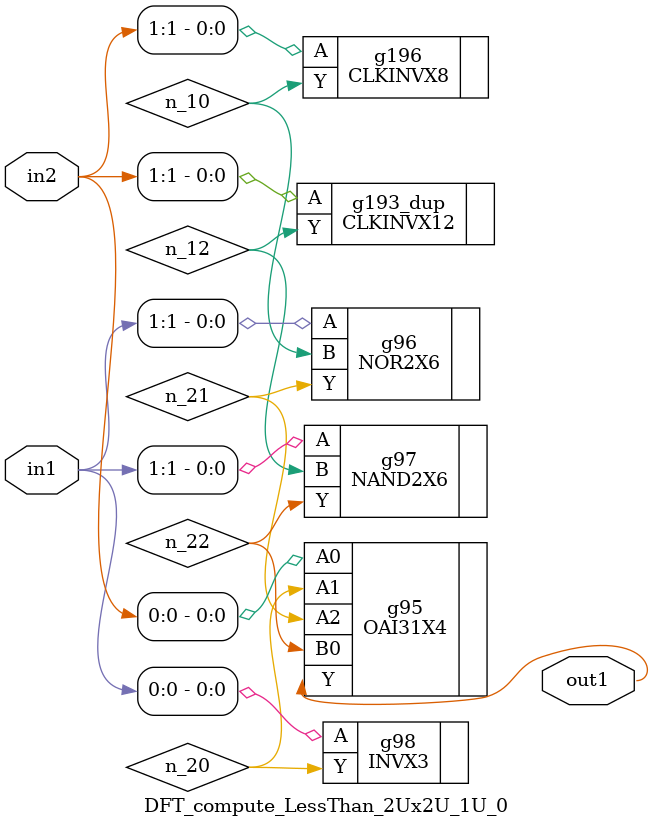
<source format=v>
`timescale 1ps / 1ps


module DFT_compute_LessThan_2Ux2U_1U_0(in2, in1, out1);
  input [1:0] in2, in1;
  output out1;
  wire [1:0] in2, in1;
  wire out1;
  wire n_10, n_12, n_20, n_21, n_22;
  CLKINVX8 g196(.A (in2[1]), .Y (n_10));
  CLKINVX12 g193_dup(.A (in2[1]), .Y (n_12));
  OAI31X4 g95(.A0 (in2[0]), .A1 (n_20), .A2 (n_21), .B0 (n_22), .Y
       (out1));
  INVX3 g98(.A (in1[0]), .Y (n_20));
  NOR2X6 g96(.A (in1[1]), .B (n_10), .Y (n_21));
  NAND2X6 g97(.A (in1[1]), .B (n_12), .Y (n_22));
endmodule



</source>
